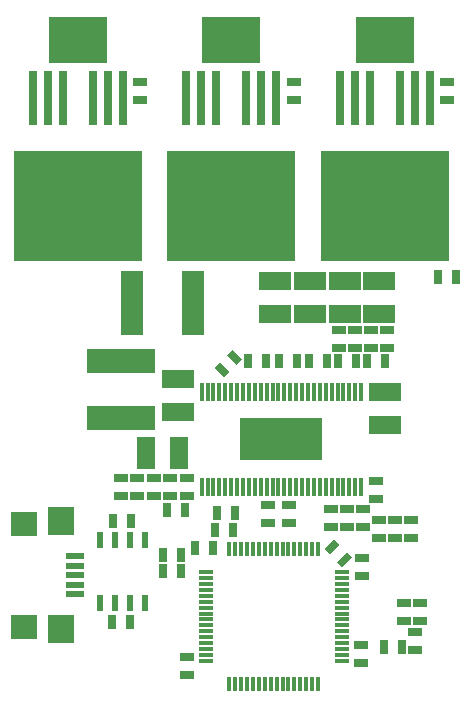
<source format=gtp>
G04 #@! TF.FileFunction,Paste,Top*
%FSLAX46Y46*%
G04 Gerber Fmt 4.6, Leading zero omitted, Abs format (unit mm)*
G04 Created by KiCad (PCBNEW (2015-12-03 BZR 6346, Git b04f18b)-product) date 10.01.2016 19:16:16*
%MOMM*%
G01*
G04 APERTURE LIST*
%ADD10C,0.150000*%
%ADD11R,1.143000X0.635000*%
%ADD12R,0.300000X1.300480*%
%ADD13R,1.300480X0.300000*%
%ADD14R,0.635000X1.143000*%
%ADD15R,0.599440X1.399540*%
%ADD16R,5.000000X4.000000*%
%ADD17R,1.849120X5.499100*%
%ADD18R,1.500000X0.500000*%
%ADD19R,2.200000X2.400000*%
%ADD20R,2.200000X2.000000*%
%ADD21R,2.692400X1.600200*%
%ADD22R,1.600200X2.692400*%
%ADD23R,0.300000X1.550000*%
%ADD24R,7.000000X3.590000*%
%ADD25R,10.800000X9.400000*%
%ADD26R,0.800000X4.600000*%
%ADD27R,5.800000X2.000000*%
G04 APERTURE END LIST*
D10*
D11*
X90650000Y-124913000D03*
X90650000Y-126437000D03*
D12*
X101350000Y-142350560D03*
X101850000Y-142350560D03*
X102350000Y-142350560D03*
X102850000Y-142350560D03*
X103350000Y-142350560D03*
X99850000Y-142350560D03*
X100350000Y-142350560D03*
X100850000Y-142350560D03*
D13*
X109350560Y-140350000D03*
X109350560Y-139850000D03*
X109350560Y-139350000D03*
X109350560Y-138850000D03*
X109350560Y-138350000D03*
X109350560Y-137850000D03*
X109350560Y-137350000D03*
X109350560Y-136850000D03*
D12*
X107350000Y-130849440D03*
X106850000Y-130849440D03*
X106350000Y-130849440D03*
X105850000Y-130849440D03*
X105350000Y-130849440D03*
X104850000Y-130849440D03*
X104350000Y-130849440D03*
X103850000Y-130849440D03*
D13*
X97849440Y-132850000D03*
X97849440Y-133350000D03*
X97849440Y-133850000D03*
X97849440Y-134350000D03*
X97849440Y-134850000D03*
X97849440Y-135350000D03*
X97849440Y-135850000D03*
X97849440Y-136350000D03*
D12*
X103850000Y-142350560D03*
X104350000Y-142350560D03*
X104850000Y-142350560D03*
D13*
X109350560Y-136350000D03*
X109350560Y-135850000D03*
X109350560Y-135350000D03*
D12*
X103350000Y-130849440D03*
X102850000Y-130849440D03*
X102350000Y-130849440D03*
D13*
X97849440Y-136850000D03*
X97849440Y-137350000D03*
X97849440Y-137850000D03*
D12*
X105350000Y-142350560D03*
X105850000Y-142350560D03*
X106350000Y-142350560D03*
X106850000Y-142350560D03*
X107350000Y-142350560D03*
D13*
X109350560Y-134850000D03*
X109350560Y-134350000D03*
X109350560Y-133850000D03*
X109350560Y-133350000D03*
X109350560Y-132850000D03*
D12*
X101850000Y-130849440D03*
X101350000Y-130849440D03*
X100850000Y-130849440D03*
X100350000Y-130849440D03*
X99850000Y-130849440D03*
D13*
X97849440Y-138350000D03*
X97849440Y-138850000D03*
X97849440Y-139350000D03*
X97849440Y-139850000D03*
X97849440Y-140350000D03*
D14*
X100187000Y-129275000D03*
X98663000Y-129275000D03*
D15*
X88870000Y-130108000D03*
X88870000Y-135442000D03*
X90140000Y-130108000D03*
X91410000Y-130108000D03*
X92680000Y-130108000D03*
X90140000Y-135442000D03*
X91410000Y-135442000D03*
X92680000Y-135442000D03*
D14*
X94588000Y-127575000D03*
X96112000Y-127575000D03*
D16*
X113000000Y-87800000D03*
D17*
X96725560Y-110050000D03*
X91574440Y-110050000D03*
D16*
X100000000Y-87800000D03*
X87000000Y-87800000D03*
D11*
X115600000Y-139412000D03*
X115600000Y-137888000D03*
X110975000Y-140562000D03*
X110975000Y-139038000D03*
D10*
G36*
X107882567Y-130865790D02*
X108690790Y-130057567D01*
X109139803Y-130506580D01*
X108331580Y-131314803D01*
X107882567Y-130865790D01*
X107882567Y-130865790D01*
G37*
G36*
X108960197Y-131943420D02*
X109768420Y-131135197D01*
X110217433Y-131584210D01*
X109409210Y-132392433D01*
X108960197Y-131943420D01*
X108960197Y-131943420D01*
G37*
D14*
X96938000Y-130775000D03*
X98462000Y-130775000D03*
D11*
X96225000Y-140038000D03*
X96225000Y-141562000D03*
X111075000Y-133162000D03*
X111075000Y-131638000D03*
X103075000Y-127188000D03*
X103075000Y-128712000D03*
X94850000Y-124913000D03*
X94850000Y-126437000D03*
X108475000Y-128987000D03*
X108475000Y-127463000D03*
X93450000Y-124913000D03*
X93450000Y-126437000D03*
X104925000Y-128712000D03*
X104925000Y-127188000D03*
X112250000Y-125138000D03*
X112250000Y-126662000D03*
D10*
G36*
X100109210Y-114007567D02*
X100917433Y-114815790D01*
X100468420Y-115264803D01*
X99660197Y-114456580D01*
X100109210Y-114007567D01*
X100109210Y-114007567D01*
G37*
G36*
X99031580Y-115085197D02*
X99839803Y-115893420D01*
X99390790Y-116342433D01*
X98582567Y-115534210D01*
X99031580Y-115085197D01*
X99031580Y-115085197D01*
G37*
D14*
X102987000Y-115000000D03*
X101463000Y-115000000D03*
X105562000Y-115000000D03*
X104038000Y-115000000D03*
X108137000Y-115000000D03*
X106613000Y-115000000D03*
X109063000Y-115000000D03*
X110587000Y-115000000D03*
X112987000Y-115000000D03*
X111463000Y-115000000D03*
D11*
X114650000Y-135463000D03*
X114650000Y-136987000D03*
D14*
X91412000Y-137025000D03*
X89888000Y-137025000D03*
X119037000Y-107875000D03*
X117513000Y-107875000D03*
D11*
X116000000Y-135463000D03*
X116000000Y-136987000D03*
D14*
X114487000Y-139150000D03*
X112963000Y-139150000D03*
D11*
X92050000Y-126437000D03*
X92050000Y-124913000D03*
D14*
X100337000Y-127825000D03*
X98813000Y-127825000D03*
D11*
X96250000Y-124913000D03*
X96250000Y-126437000D03*
X118300000Y-91338000D03*
X118300000Y-92862000D03*
X105300000Y-91338000D03*
X105300000Y-92862000D03*
X92300000Y-91338000D03*
X92300000Y-92862000D03*
X109125000Y-112363000D03*
X109125000Y-113887000D03*
X110475000Y-112363000D03*
X110475000Y-113887000D03*
X111825000Y-112363000D03*
X111825000Y-113887000D03*
X113175000Y-112363000D03*
X113175000Y-113887000D03*
D14*
X95787000Y-132775000D03*
X94263000Y-132775000D03*
X95787000Y-131425000D03*
X94263000Y-131425000D03*
X90013000Y-128525000D03*
X91537000Y-128525000D03*
D18*
X86750000Y-134700000D03*
X86750000Y-133900000D03*
X86750000Y-133100000D03*
X86750000Y-132300000D03*
X86750000Y-131500000D03*
D19*
X85550000Y-128550000D03*
X85550000Y-137650000D03*
D20*
X82475000Y-128750000D03*
X82475000Y-137450000D03*
D21*
X109600000Y-110947000D03*
X109600000Y-108153000D03*
X103700000Y-110947000D03*
X103700000Y-108153000D03*
X106650000Y-110947000D03*
X106650000Y-108153000D03*
X95500000Y-119272000D03*
X95500000Y-116478000D03*
X113000000Y-117578000D03*
X113000000Y-120372000D03*
X112550000Y-108153000D03*
X112550000Y-110947000D03*
D11*
X109825000Y-129012000D03*
X109825000Y-127488000D03*
D22*
X92753000Y-122750000D03*
X95547000Y-122750000D03*
D11*
X115225000Y-129912000D03*
X115225000Y-128388000D03*
X113875000Y-129912000D03*
X113875000Y-128388000D03*
X112525000Y-129912000D03*
X112525000Y-128388000D03*
X111175000Y-129037000D03*
X111175000Y-127513000D03*
D23*
X106500000Y-117600000D03*
X106000000Y-117600000D03*
X105500000Y-117600000D03*
X105000000Y-117600000D03*
X104500000Y-117600000D03*
X104000000Y-117600000D03*
X103500000Y-117600000D03*
X103000000Y-117600000D03*
X102500000Y-117600000D03*
X102000000Y-117600000D03*
X101500000Y-117600000D03*
X111000000Y-117600000D03*
X110500000Y-117600000D03*
X110000000Y-117600000D03*
X105500000Y-125600000D03*
X109000000Y-117600000D03*
X108500000Y-117600000D03*
X108000000Y-117600000D03*
X107500000Y-117600000D03*
X107000000Y-117600000D03*
X103000000Y-125600000D03*
X103500000Y-125600000D03*
X104000000Y-125600000D03*
X104500000Y-125600000D03*
X105000000Y-125600000D03*
X109500000Y-117600000D03*
X106000000Y-125600000D03*
X106500000Y-125600000D03*
X107000000Y-125600000D03*
X107500000Y-125600000D03*
X108000000Y-125600000D03*
X108500000Y-125600000D03*
X109000000Y-125600000D03*
X97500000Y-125600000D03*
X98000000Y-125600000D03*
X98500000Y-125600000D03*
X99000000Y-125600000D03*
X99500000Y-125600000D03*
X100000000Y-125600000D03*
X100500000Y-125600000D03*
X101000000Y-125600000D03*
X101500000Y-125600000D03*
X102000000Y-125600000D03*
X102500000Y-125600000D03*
X109500000Y-125600000D03*
X110000000Y-125600000D03*
X110500000Y-125600000D03*
X111000000Y-125600000D03*
X101000000Y-117600000D03*
X100500000Y-117600000D03*
X100000000Y-117600000D03*
X99500000Y-117600000D03*
X99000000Y-117600000D03*
X98500000Y-117600000D03*
X98000000Y-117600000D03*
X97500000Y-117600000D03*
D24*
X104250000Y-121600000D03*
D25*
X87000000Y-101850000D03*
D26*
X90810000Y-92700000D03*
X89540000Y-92700000D03*
X88270000Y-92700000D03*
X85730000Y-92700000D03*
X84460000Y-92700000D03*
X83190000Y-92700000D03*
D25*
X100000000Y-101850000D03*
D26*
X103810000Y-92700000D03*
X102540000Y-92700000D03*
X101270000Y-92700000D03*
X98730000Y-92700000D03*
X97460000Y-92700000D03*
X96190000Y-92700000D03*
D25*
X113000000Y-101850000D03*
D26*
X116810000Y-92700000D03*
X115540000Y-92700000D03*
X114270000Y-92700000D03*
X111730000Y-92700000D03*
X110460000Y-92700000D03*
X109190000Y-92700000D03*
D27*
X90650000Y-115000000D03*
X90650000Y-119800000D03*
M02*

</source>
